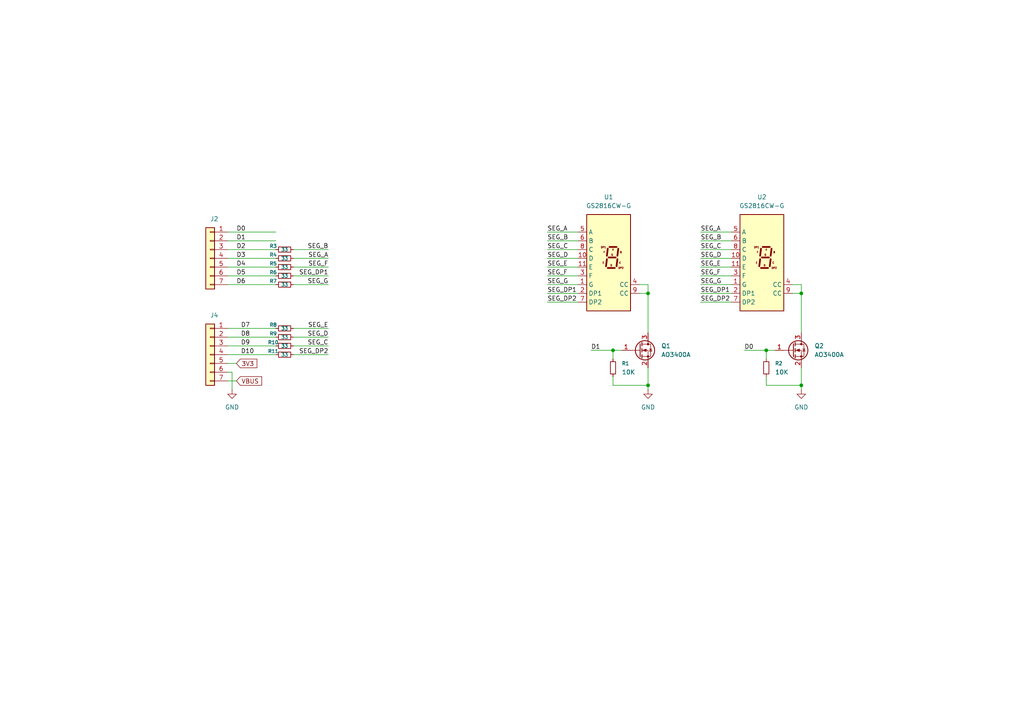
<source format=kicad_sch>
(kicad_sch (version 20250114) (generator "eeschema") (generator_version "9.0")
  (paper "A4")
  (title_block (title "XIAO 7SEG HAT") (date "2025-08-24") (rev "2"))
  (lib_symbols
    (symbol "Connector_Generic:Conn_01x07" (pin_names (offset 1.016) (hide yes))
      (property "Reference" "J" (at 0 10.16 0))
      (property "Value" "Conn_01x07" (at 0 -10.16 0))
      (symbol "Conn_01x07_1_1"
        (rectangle (start -1.27 8.89) (end 1.27 -8.89) (stroke (width 0.254)) (fill (type background)))
        (rectangle (start -1.27 7.747) (end 0 7.493) (stroke (width 0.1524)))
        (rectangle (start -1.27 5.207) (end 0 4.953) (stroke (width 0.1524)))
        (rectangle (start -1.27 2.667) (end 0 2.413) (stroke (width 0.1524)))
        (rectangle (start -1.27 0.127) (end 0 -0.127) (stroke (width 0.1524)))
        (rectangle (start -1.27 -2.413) (end 0 -2.667) (stroke (width 0.1524)))
        (rectangle (start -1.27 -4.953) (end 0 -5.207) (stroke (width 0.1524)))
        (rectangle (start -1.27 -7.493) (end 0 -7.747) (stroke (width 0.1524)))
        (pin passive line (at -5.08 7.62 0) (length 3.81) (name "Pin_1") (number "1"))
        (pin passive line (at -5.08 5.08 0) (length 3.81) (name "Pin_2") (number "2"))
        (pin passive line (at -5.08 2.54 0) (length 3.81) (name "Pin_3") (number "3"))
        (pin passive line (at -5.08 0 0) (length 3.81) (name "Pin_4") (number "4"))
        (pin passive line (at -5.08 -2.54 0) (length 3.81) (name "Pin_5") (number "5"))
        (pin passive line (at -5.08 -5.08 0) (length 3.81) (name "Pin_6") (number "6"))
        (pin passive line (at -5.08 -7.62 0) (length 3.81) (name "Pin_7") (number "7"))
      )
    )
    (symbol "Device:R_Small" (pin_numbers (hide yes)) (pin_names (offset 0.254) (hide yes))
      (property "Reference" "R" (at 0 0 90))
      (property "Value" "R_Small" (at 1.778 0 90))
      (symbol "R_Small_0_1"
        (rectangle (start -0.762 1.778) (end 0.762 -1.778) (stroke (width 0.2032)))
      )
      (symbol "R_Small_1_1"
        (pin passive line (at 0 2.54 270) (length 0.762) (name "~") (number "1"))
        (pin passive line (at 0 -2.54 90) (length 0.762) (name "~") (number "2"))
      )
    )
    (symbol "Transistor_FET:AO3400A" (pin_names (offset 0) (hide yes))
      (property "Reference" "Q" (at 5.08 1.905 0))
      (property "Value" "AO3400A" (at 5.08 0 0))
      (symbol "AO3400A_0_1"
        (polyline (pts (xy 0.254 1.905) (xy 0.254 -1.905)) (stroke (width 0.254)))
        (polyline (pts (xy 0.254 0) (xy -2.54 0)))
        (polyline (pts (xy 0.762 2.286) (xy 0.762 1.27)) (stroke (width 0.254)))
        (polyline (pts (xy 0.762 0.508) (xy 0.762 -0.508)) (stroke (width 0.254)))
        (polyline (pts (xy 0.762 -1.27) (xy 0.762 -2.286)) (stroke (width 0.254)))
        (polyline (pts (xy 0.762 -1.778) (xy 3.302 -1.778) (xy 3.302 1.778) (xy 0.762 1.778)))
        (polyline (pts (xy 1.016 0) (xy 2.032 0.381) (xy 2.032 -0.381) (xy 1.016 0)) (fill (type outline)))
        (circle (center 1.651 0) (radius 2.794) (stroke (width 0.254)))
        (polyline (pts (xy 2.54 2.54) (xy 2.54 1.778)))
        (circle (center 2.54 1.778) (radius 0.254) (fill (type outline)))
        (circle (center 2.54 -1.778) (radius 0.254) (fill (type outline)))
        (polyline (pts (xy 2.54 -2.54) (xy 2.54 0) (xy 0.762 0)))
        (polyline (pts (xy 2.921 0.381) (xy 3.683 0.381)))
        (polyline (pts (xy 3.302 0.381) (xy 2.921 -0.254) (xy 3.683 -0.254) (xy 3.302 0.381)))
      )
      (symbol "AO3400A_1_1"
        (pin input line (at -5.08 0 0) (length 2.54) (name "G") (number "1"))
        (pin passive line (at 2.54 5.08 270) (length 2.54) (name "D") (number "3"))
        (pin passive line (at 2.54 -5.08 90) (length 2.54) (name "S") (number "2"))
      )
    )
    (symbol "XIAO 7SEG:GS2816CX"
      (property "Reference" "U" (at -5.08 13.97 0))
      (property "Value" "GS2816CW-G" (at 5.08 13.97 0))
      (symbol "GS2816CX_1_0"
        (text "E" (at -1.524 -1.27 0) (effects (font (size 0.508 0.508))))
        (text "F" (at -1.27 1.778 0) (effects (font (size 0.508 0.508))))
        (text "D" (at 0.762 -2.032 0) (effects (font (size 0.508 0.508))))
        (text "G" (at 1.016 1.016 0) (effects (font (size 0.508 0.508))))
        (text "A" (at 1.27 2.54 0) (effects (font (size 0.508 0.508))))
        (text "C" (at 3.302 -1.27 0) (effects (font (size 0.508 0.508))))
        (text "B" (at 3.556 1.778 0) (effects (font (size 0.508 0.508))))
      )
      (symbol "GS2816CX_1_1"
        (rectangle (start -6.35 12.7) (end 6.35 -15.24) (stroke (width 0.254)) (fill (type background)))
        (polyline (pts (xy -0.508 -0.254) (xy -0.762 -2.286)) (stroke (width 0.508)))
        (polyline (pts (xy -0.254 2.794) (xy -0.508 0.762)) (stroke (width 0.508)))
        (polyline (pts (xy -0.254 -2.794) (xy 1.778 -2.794)) (stroke (width 0.508)))
        (polyline (pts (xy 0 0.254) (xy 2.032 0.254)) (stroke (width 0.508)))
        (polyline (pts (xy 0.254 3.302) (xy 2.286 3.302)) (stroke (width 0.508)))
        (polyline (pts (xy 2.286 -2.921) (xy 2.286 -2.921)) (stroke (width 0.508)))
        (polyline (pts (xy 2.54 -0.254) (xy 2.286 -2.286)) (stroke (width 0.508)))
        (polyline (pts (xy 2.794 2.794) (xy 2.54 0.762)) (stroke (width 0.508)))
        (text "DP1\n\n" (at -1.524 2.794 0) (effects (font (size 0.508 0.508))))
        (text "DP2\n" (at 3.556 -2.794 0) (effects (font (size 0.508 0.508))))
        (pin input line (at -8.89 7.62 0) (length 2.54) (name "A") (number "5"))
        (pin input line (at -8.89 5.08 0) (length 2.54) (name "B") (number "6"))
        (pin input line (at -8.89 2.54 0) (length 2.54) (name "C") (number "8"))
        (pin input line (at -8.89 0 0) (length 2.54) (name "D") (number "10"))
        (pin input line (at -8.89 -2.54 0) (length 2.54) (name "E") (number "11"))
        (pin input line (at -8.89 -5.08 0) (length 2.54) (name "F") (number "3"))
        (pin input line (at -8.89 -7.62 0) (length 2.54) (name "G") (number "1"))
        (pin input line (at -8.89 -10.16 0) (length 2.54) (name "DP1") (number "2"))
        (pin input line (at -8.89 -12.7 0) (length 2.54) (name "DP2") (number "7"))
        (pin input line (at 8.89 -7.62 180) (length 2.54) (name "CC") (number "4"))
        (pin input line (at 8.89 -10.16 180) (length 2.54) (name "CC") (number "9"))
      )
    )
    (symbol "power:GND" (power) (pin_numbers (hide yes)) (pin_names (offset 0) (hide yes))
      (property "Value" "GND" (at 0 -3.81 0))
      (symbol "GND_0_1"
        (polyline (pts (xy 0 0) (xy 0 -1.27) (xy 1.27 -1.27) (xy 0 -2.54) (xy -1.27 -1.27) (xy 0 -1.27)))
      )
      (symbol "GND_1_1"
        (pin power_in line (at 0 0 270) (length 0) (name "~") (number "1"))
      )
    )
  )
  (junction (at 222.25 101.6))
  (junction (at 232.41 85.09))
  (junction (at 187.96 111.76))
  (junction (at 177.8 101.6))
  (junction (at 232.41 111.76))
  (junction (at 187.96 85.09))
  (wire (pts (xy 171.45 101.6) (xy 177.8 101.6)))
  (wire (pts (xy 85.09 97.79) (xy 95.25 97.79)))
  (wire (pts (xy 203.2 82.55) (xy 212.09 82.55)))
  (wire (pts (xy 187.96 111.76) (xy 177.8 111.76)))
  (wire (pts (xy 187.96 111.76) (xy 187.96 113.03)))
  (wire (pts (xy 222.25 101.6) (xy 222.25 104.14)))
  (wire (pts (xy 203.2 69.85) (xy 212.09 69.85)))
  (wire (pts (xy 158.75 67.31) (xy 167.64 67.31)))
  (wire (pts (xy 158.75 85.09) (xy 167.64 85.09)))
  (wire (pts (xy 85.09 82.55) (xy 95.25 82.55)))
  (wire (pts (xy 158.75 80.01) (xy 167.64 80.01)))
  (wire (pts (xy 203.2 77.47) (xy 212.09 77.47)))
  (wire (pts (xy 203.2 72.39) (xy 212.09 72.39)))
  (wire (pts (xy 185.42 85.09) (xy 187.96 85.09)))
  (wire (pts (xy 66.04 72.39) (xy 80.01 72.39)))
  (wire (pts (xy 66.04 69.85) (xy 80.01 69.85)))
  (wire (pts (xy 66.04 82.55) (xy 80.01 82.55)))
  (wire (pts (xy 185.42 82.55) (xy 187.96 82.55)))
  (wire (pts (xy 85.09 102.87) (xy 95.25 102.87)))
  (wire (pts (xy 67.31 113.03) (xy 67.31 107.95)))
  (wire (pts (xy 203.2 80.01) (xy 212.09 80.01)))
  (wire (pts (xy 177.8 111.76) (xy 177.8 109.22)))
  (wire (pts (xy 66.04 67.31) (xy 80.01 67.31)))
  (wire (pts (xy 187.96 85.09) (xy 187.96 96.52)))
  (wire (pts (xy 85.09 77.47) (xy 95.25 77.47)))
  (wire (pts (xy 203.2 74.93) (xy 212.09 74.93)))
  (wire (pts (xy 66.04 97.79) (xy 80.01 97.79)))
  (wire (pts (xy 66.04 102.87) (xy 80.01 102.87)))
  (wire (pts (xy 232.41 82.55) (xy 232.41 85.09)))
  (wire (pts (xy 66.04 110.49) (xy 68.58 110.49)))
  (wire (pts (xy 232.41 111.76) (xy 232.41 113.03)))
  (wire (pts (xy 232.41 106.68) (xy 232.41 111.76)))
  (wire (pts (xy 180.34 101.6) (xy 177.8 101.6)))
  (wire (pts (xy 229.87 82.55) (xy 232.41 82.55)))
  (wire (pts (xy 232.41 111.76) (xy 222.25 111.76)))
  (wire (pts (xy 66.04 95.25) (xy 80.01 95.25)))
  (wire (pts (xy 66.04 105.41) (xy 68.58 105.41)))
  (wire (pts (xy 85.09 74.93) (xy 95.25 74.93)))
  (wire (pts (xy 158.75 74.93) (xy 167.64 74.93)))
  (wire (pts (xy 85.09 95.25) (xy 95.25 95.25)))
  (wire (pts (xy 158.75 69.85) (xy 167.64 69.85)))
  (wire (pts (xy 187.96 106.68) (xy 187.96 111.76)))
  (wire (pts (xy 158.75 72.39) (xy 167.64 72.39)))
  (wire (pts (xy 224.79 101.6) (xy 222.25 101.6)))
  (wire (pts (xy 158.75 87.63) (xy 167.64 87.63)))
  (wire (pts (xy 158.75 77.47) (xy 167.64 77.47)))
  (wire (pts (xy 187.96 82.55) (xy 187.96 85.09)))
  (wire (pts (xy 222.25 111.76) (xy 222.25 109.22)))
  (wire (pts (xy 203.2 87.63) (xy 212.09 87.63)))
  (wire (pts (xy 85.09 100.33) (xy 95.25 100.33)))
  (wire (pts (xy 67.31 107.95) (xy 66.04 107.95)))
  (wire (pts (xy 66.04 77.47) (xy 80.01 77.47)))
  (wire (pts (xy 177.8 101.6) (xy 177.8 104.14)))
  (wire (pts (xy 232.41 85.09) (xy 232.41 96.52)))
  (wire (pts (xy 66.04 80.01) (xy 80.01 80.01)))
  (wire (pts (xy 229.87 85.09) (xy 232.41 85.09)))
  (wire (pts (xy 158.75 82.55) (xy 167.64 82.55)))
  (wire (pts (xy 203.2 85.09) (xy 212.09 85.09)))
  (wire (pts (xy 203.2 67.31) (xy 212.09 67.31)))
  (wire (pts (xy 85.09 72.39) (xy 95.25 72.39)))
  (wire (pts (xy 215.9 101.6) (xy 222.25 101.6)))
  (wire (pts (xy 66.04 100.33) (xy 80.01 100.33)))
  (wire (pts (xy 85.09 80.01) (xy 95.25 80.01)))
  (wire (pts (xy 66.04 74.93) (xy 80.01 74.93)))
  (label "D8" (at 69.85 97.79 0))
  (label "D6" (at 68.58 82.55 0))
  (label "D7" (at 69.85 95.25 0))
  (label "SEG_E" (at 95.25 95.25 180))
  (label "SEG_G" (at 95.25 82.55 180))
  (label "SEG_F" (at 95.25 77.47 180))
  (label "SEG_D" (at 158.75 74.93 0))
  (label "SEG_E" (at 158.75 77.47 0))
  (label "SEG_F" (at 158.75 80.01 0))
  (label "SEG_DP2" (at 158.75 87.63 0))
  (label "SEG_G" (at 158.75 82.55 0))
  (label "SEG_DP1" (at 158.75 85.09 0))
  (label "SEG_D" (at 95.25 97.79 180))
  (label "SEG_C" (at 95.25 100.33 180))
  (label "D9" (at 69.85 100.33 0))
  (label "SEG_DP1" (at 95.25 80.01 180))
  (label "D0" (at 215.9 101.6 0))
  (label "D3" (at 68.58 74.93 0))
  (label "SEG_DP2" (at 203.2 87.63 0))
  (label "SEG_G" (at 203.2 82.55 0))
  (label "SEG_DP1" (at 203.2 85.09 0))
  (label "SEG_A" (at 203.2 67.31 0))
  (label "SEG_B" (at 203.2 69.85 0))
  (label "SEG_C" (at 203.2 72.39 0))
  (label "SEG_D" (at 203.2 74.93 0))
  (label "SEG_E" (at 203.2 77.47 0))
  (label "SEG_F" (at 203.2 80.01 0))
  (label "SEG_A" (at 158.75 67.31 0))
  (label "SEG_DP2" (at 95.25 102.87 180))
  (label "SEG_C" (at 158.75 72.39 0))
  (label "D10" (at 69.85 102.87 0))
  (label "D4" (at 68.58 77.47 0))
  (label "D0" (at 68.58 67.31 0))
  (label "SEG_B" (at 95.25 72.39 180))
  (label "D1" (at 68.58 69.85 0))
  (label "SEG_B" (at 158.75 69.85 0))
  (label "D1" (at 171.45 101.6 0))
  (label "D5" (at 68.58 80.01 0))
  (label "D2" (at 68.58 72.39 0))
  (label "SEG_A" (at 95.25 74.93 180))
  (global_label "3V3" (shape input) (at 68.58 105.41 0) (property "Intersheetrefs" "${INTERSHEET_REFS}" (effects (hide yes))))
  (global_label "VBUS" (shape input) (at 68.58 110.49 0) (property "Intersheetrefs" "${INTERSHEET_REFS}" (effects (hide yes))))
  (symbol (lib_id "Transistor_FET:AO3400A") (at 185.42 101.6 0) (unit 1)
    (property "Reference" "Q1" (at 191.77 100.3299 0) (effects (justify left)))
    (property "Value" "AO3400A" (at 191.77 102.8699 0) (effects (justify left)))
    (property "Footprint" "Package_TO_SOT_SMD:SOT-23" (effects (hide yes)))
    (property "Datasheet" "http://www.aosmd.com/pdfs/datasheet/AO3400A.pdf" (effects (hide yes)))
    (property "Description" "30V Vds, 5.7A Id, N-Channel MOSFET, SOT-23" (effects (hide yes)))
    (property "LCSC PN" "C20917" (effects (hide yes)))
  )
  (symbol (lib_id "XIAO 7SEG:GS2816CX") (at 220.98 74.93 0) (unit 1)
    (property "Reference" "U2" (at 220.98 57.15 0))
    (property "Value" "GS2816CW-G" (at 220.98 59.69 0))
    (property "Footprint" "XIAO RP2040 HAT:GS2816ACX-X_Short" (effects (hide yes)))
    (property "Datasheet" "https://www.lcsc.com/datasheet/C22462653.pdf" (effects (hide yes)))
    (property "Description" "One digit 7 segment, common cathode, white, grey background, 11x7.5mm" (effects (hide yes)))
    (property "LCSC PN" "C22462653" (effects (hide yes)))
  )
  (symbol (lib_id "Device:R_Small") (at 82.55 72.39 270) (unit 1)
    (property "Reference" "R3" (at 79.248 71.374 90) (effects (font (size 1.016 1.016))))
    (property "Value" "33" (at 82.55 72.39 90) (effects (font (size 1.016 1.016))))
    (property "Footprint" "Resistor_SMD:R_0402_1005Metric" (effects (hide yes)))
    (property "Description" "0402WGF330JTCE" (effects (hide yes)))
    (property "LCSC PN" "C25105" (effects (hide yes)))
  )
  (symbol (lib_id "Device:R_Small") (at 82.55 74.93 270) (unit 1)
    (property "Reference" "R4" (at 79.248 73.914 90) (effects (font (size 1.016 1.016))))
    (property "Value" "33" (at 82.55 74.93 90) (effects (font (size 1.016 1.016))))
    (property "Footprint" "Resistor_SMD:R_0402_1005Metric" (effects (hide yes)))
    (property "Description" "0402WGF330JTCE" (effects (hide yes)))
    (property "LCSC PN" "C25105" (effects (hide yes)))
  )
  (symbol (lib_id "Device:R_Small") (at 82.55 77.47 270) (unit 1)
    (property "Reference" "R5" (at 79.248 76.454 90) (effects (font (size 1.016 1.016))))
    (property "Value" "33" (at 82.55 77.47 90) (effects (font (size 1.016 1.016))))
    (property "Footprint" "Resistor_SMD:R_0402_1005Metric" (effects (hide yes)))
    (property "Description" "0402WGF330JTCE" (effects (hide yes)))
    (property "LCSC PN" "C25105" (effects (hide yes)))
  )
  (symbol (lib_id "Device:R_Small") (at 82.55 82.55 270) (unit 1)
    (property "Reference" "R7" (at 79.248 81.534 90) (effects (font (size 1.016 1.016))))
    (property "Value" "33" (at 82.55 82.55 90) (effects (font (size 1.016 1.016))))
    (property "Footprint" "Resistor_SMD:R_0402_1005Metric" (effects (hide yes)))
    (property "Description" "0402WGF330JTCE" (effects (hide yes)))
    (property "LCSC PN" "C25105" (effects (hide yes)))
  )
  (symbol (lib_id "power:GND") (at 187.96 113.03 0) (unit 1)
    (property "Reference" "#PWR02" (effects (hide yes)))
    (property "Value" "GND" (at 187.96 118.11 0))
    (property "Description" "Power symbol creates a global label with name \"GND\" , ground" (effects (hide yes)))
  )
  (symbol (lib_id "Device:R_Small") (at 82.55 80.01 270) (unit 1)
    (property "Reference" "R6" (at 79.248 78.994 90) (effects (font (size 1.016 1.016))))
    (property "Value" "33" (at 82.55 80.01 90) (effects (font (size 1.016 1.016))))
    (property "Footprint" "Resistor_SMD:R_0402_1005Metric" (effects (hide yes)))
    (property "Description" "0402WGF330JTCE" (effects (hide yes)))
    (property "LCSC PN" "C25105" (effects (hide yes)))
  )
  (symbol (lib_id "XIAO 7SEG:GS2816CX") (at 176.53 74.93 0) (unit 1)
    (property "Reference" "U1" (at 176.53 57.15 0))
    (property "Value" "GS2816CW-G" (at 176.53 59.69 0))
    (property "Footprint" "XIAO RP2040 HAT:GS2816ACX-X_Short" (effects (hide yes)))
    (property "Datasheet" "https://www.lcsc.com/datasheet/C22462653.pdf" (effects (hide yes)))
    (property "Description" "One digit 7 segment, common cathode, white, grey background, 11x7.5mm" (effects (hide yes)))
    (property "LCSC PN" "C22462653" (effects (hide yes)))
  )
  (symbol (lib_id "Transistor_FET:AO3400A") (at 229.87 101.6 0) (unit 1)
    (property "Reference" "Q2" (at 236.22 100.3299 0) (effects (justify left)))
    (property "Value" "AO3400A" (at 236.22 102.8699 0) (effects (justify left)))
    (property "Footprint" "Package_TO_SOT_SMD:SOT-23" (effects (hide yes)))
    (property "Datasheet" "http://www.aosmd.com/pdfs/datasheet/AO3400A.pdf" (effects (hide yes)))
    (property "Description" "30V Vds, 5.7A Id, N-Channel MOSFET, SOT-23" (effects (hide yes)))
    (property "LCSC PN" "C20917" (effects (hide yes)))
  )
  (symbol (lib_id "Connector_Generic:Conn_01x07") (at 60.96 102.87 0) (mirror y) (unit 1) (in_bom no)
    (property "Reference" "J4" (at 60.96 91.44 0) (effects (justify right)))
    (property "Value" "Conn_01x07" (effects (hide yes)))
    (property "Footprint" "XIAO RP2040 HAT:Xiao-Hat-Pins" (effects (hide yes)))
  )
  (symbol (lib_id "Device:R_Small") (at 222.25 106.68 0) (unit 1)
    (property "Reference" "R2" (at 224.79 105.4099 0) (effects (font (size 1.016 1.016)) (justify left)))
    (property "Value" "10K" (at 224.79 107.9499 0) (effects (justify left)))
    (property "Footprint" "Resistor_SMD:R_0402_1005Metric" (effects (hide yes)))
    (property "Description" "Resistor, small symbol" (effects (hide yes)))
    (property "LCSC PN" "C25744" (effects (hide yes)))
  )
  (symbol (lib_id "Connector_Generic:Conn_01x07") (at 60.96 74.93 0) (mirror y) (unit 1) (in_bom no)
    (property "Reference" "J2" (at 60.96 63.5 0) (effects (justify right)))
    (property "Value" "Conn_01x07" (effects (hide yes)))
    (property "Footprint" "XIAO RP2040 HAT:Xiao-Hat-Pins" (effects (hide yes)))
  )
  (symbol (lib_id "Device:R_Small") (at 82.55 100.33 270) (unit 1)
    (property "Reference" "R10" (at 79.248 99.314 90) (effects (font (size 1.016 1.016))))
    (property "Value" "33" (at 82.55 100.33 90) (effects (font (size 1.016 1.016))))
    (property "Footprint" "Resistor_SMD:R_0402_1005Metric" (effects (hide yes)))
    (property "Description" "0402WGF330JTCE" (effects (hide yes)))
    (property "LCSC PN" "C25105" (effects (hide yes)))
  )
  (symbol (lib_id "Device:R_Small") (at 82.55 97.79 270) (unit 1)
    (property "Reference" "R9" (at 79.248 96.774 90) (effects (font (size 1.016 1.016))))
    (property "Value" "33" (at 82.55 97.79 90) (effects (font (size 1.016 1.016))))
    (property "Footprint" "Resistor_SMD:R_0402_1005Metric" (effects (hide yes)))
    (property "Description" "0402WGF330JTCE" (effects (hide yes)))
    (property "LCSC PN" "C25105" (effects (hide yes)))
  )
  (symbol (lib_id "power:GND") (at 232.41 113.03 0) (unit 1)
    (property "Reference" "#PWR03" (effects (hide yes)))
    (property "Value" "GND" (at 232.41 118.11 0))
    (property "Description" "Power symbol creates a global label with name \"GND\" , ground" (effects (hide yes)))
  )
  (symbol (lib_id "Device:R_Small") (at 82.55 95.25 270) (unit 1)
    (property "Reference" "R8" (at 79.248 94.234 90) (effects (font (size 1.016 1.016))))
    (property "Value" "33" (at 82.55 95.25 90) (effects (font (size 1.016 1.016))))
    (property "Footprint" "Resistor_SMD:R_0402_1005Metric" (effects (hide yes)))
    (property "Description" "0402WGF330JTCE" (effects (hide yes)))
    (property "LCSC PN" "C25105" (effects (hide yes)))
  )
  (symbol (lib_id "Device:R_Small") (at 82.55 102.87 270) (unit 1)
    (property "Reference" "R11" (at 79.248 101.854 90) (effects (font (size 1.016 1.016))))
    (property "Value" "33" (at 82.55 102.87 90) (effects (font (size 1.016 1.016))))
    (property "Footprint" "Resistor_SMD:R_0402_1005Metric" (effects (hide yes)))
    (property "Description" "0402WGF330JTCE" (effects (hide yes)))
    (property "LCSC PN" "C25105" (effects (hide yes)))
  )
  (symbol (lib_id "Device:R_Small") (at 177.8 106.68 0) (unit 1)
    (property "Reference" "R1" (at 180.34 105.4099 0) (effects (font (size 1.016 1.016)) (justify left)))
    (property "Value" "10K" (at 180.34 107.9499 0) (effects (justify left)))
    (property "Footprint" "Resistor_SMD:R_0402_1005Metric" (effects (hide yes)))
    (property "Description" "Resistor, small symbol" (effects (hide yes)))
    (property "LCSC PN" "C25744" (effects (hide yes)))
  )
  (symbol (lib_id "power:GND") (at 67.31 113.03 0) (unit 1)
    (property "Reference" "#PWR01" (effects (hide yes)))
    (property "Value" "GND" (at 67.31 118.11 0))
    (property "Description" "Power symbol creates a global label with name \"GND\" , ground" (effects (hide yes)))
  )
)
</source>
